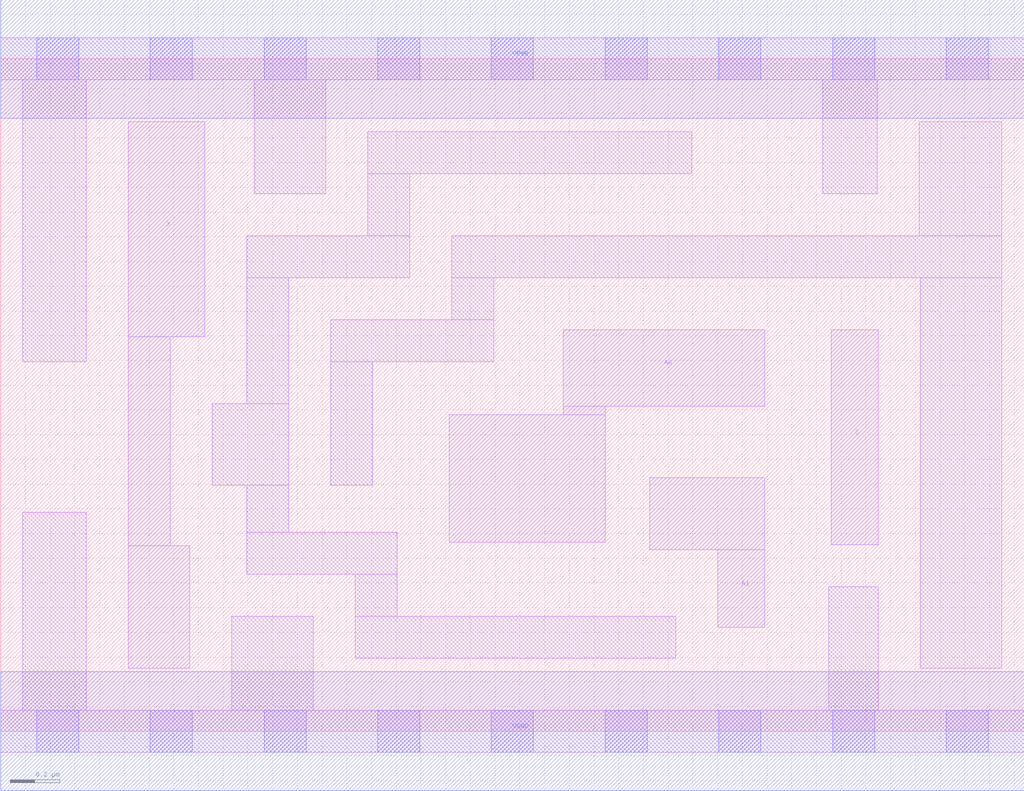
<source format=lef>
# Copyright 2020 The SkyWater PDK Authors
#
# Licensed under the Apache License, Version 2.0 (the "License");
# you may not use this file except in compliance with the License.
# You may obtain a copy of the License at
#
#     https://www.apache.org/licenses/LICENSE-2.0
#
# Unless required by applicable law or agreed to in writing, software
# distributed under the License is distributed on an "AS IS" BASIS,
# WITHOUT WARRANTIES OR CONDITIONS OF ANY KIND, either express or implied.
# See the License for the specific language governing permissions and
# limitations under the License.
#
# SPDX-License-Identifier: Apache-2.0

VERSION 5.7 ;
  NOWIREEXTENSIONATPIN ON ;
  DIVIDERCHAR "/" ;
  BUSBITCHARS "[]" ;
UNITS
  DATABASE MICRONS 200 ;
END UNITS
MACRO sky130_fd_sc_hd__mux2_2
  CLASS CORE ;
  FOREIGN sky130_fd_sc_hd__mux2_2 ;
  ORIGIN  0.000000  0.000000 ;
  SIZE  4.140000 BY  2.720000 ;
  SYMMETRY X Y R90 ;
  SITE unithd ;
  PIN A0
    ANTENNAGATEAREA  0.159000 ;
    DIRECTION INPUT ;
    USE SIGNAL ;
    PORT
      LAYER li1 ;
        RECT 1.815000 0.765000 2.445000 1.280000 ;
        RECT 2.275000 1.280000 2.445000 1.315000 ;
        RECT 2.275000 1.315000 3.090000 1.625000 ;
    END
  END A0
  PIN A1
    ANTENNAGATEAREA  0.159000 ;
    DIRECTION INPUT ;
    USE SIGNAL ;
    PORT
      LAYER li1 ;
        RECT 2.625000 0.735000 3.090000 1.025000 ;
        RECT 2.900000 0.420000 3.090000 0.735000 ;
    END
  END A1
  PIN S
    ANTENNAGATEAREA  0.318000 ;
    DIRECTION INPUT ;
    USE SIGNAL ;
    PORT
      LAYER li1 ;
        RECT 3.360000 0.755000 3.550000 1.625000 ;
    END
  END S
  PIN X
    ANTENNADIFFAREA  0.445500 ;
    DIRECTION OUTPUT ;
    USE SIGNAL ;
    PORT
      LAYER li1 ;
        RECT 0.515000 0.255000 0.765000 0.750000 ;
        RECT 0.515000 0.750000 0.685000 1.595000 ;
        RECT 0.515000 1.595000 0.825000 2.465000 ;
    END
  END X
  PIN VGND
    DIRECTION INOUT ;
    SHAPE ABUTMENT ;
    USE GROUND ;
    PORT
      LAYER met1 ;
        RECT 0.000000 -0.240000 4.140000 0.240000 ;
    END
  END VGND
  PIN VPWR
    DIRECTION INOUT ;
    SHAPE ABUTMENT ;
    USE POWER ;
    PORT
      LAYER met1 ;
        RECT 0.000000 2.480000 4.140000 2.960000 ;
    END
  END VPWR
  OBS
    LAYER li1 ;
      RECT 0.000000 -0.085000 4.140000 0.085000 ;
      RECT 0.000000  2.635000 4.140000 2.805000 ;
      RECT 0.090000  0.085000 0.345000 0.885000 ;
      RECT 0.090000  1.495000 0.345000 2.635000 ;
      RECT 0.855000  0.995000 1.165000 1.325000 ;
      RECT 0.935000  0.085000 1.265000 0.465000 ;
      RECT 0.995000  0.635000 1.605000 0.805000 ;
      RECT 0.995000  0.805000 1.165000 0.995000 ;
      RECT 0.995000  1.325000 1.165000 1.835000 ;
      RECT 0.995000  1.835000 1.655000 2.005000 ;
      RECT 1.025000  2.175000 1.315000 2.635000 ;
      RECT 1.335000  0.995000 1.505000 1.495000 ;
      RECT 1.335000  1.495000 1.995000 1.665000 ;
      RECT 1.435000  0.295000 2.730000 0.465000 ;
      RECT 1.435000  0.465000 1.605000 0.635000 ;
      RECT 1.485000  2.005000 1.655000 2.255000 ;
      RECT 1.485000  2.255000 2.795000 2.425000 ;
      RECT 1.825000  1.665000 1.995000 1.835000 ;
      RECT 1.825000  1.835000 4.050000 2.005000 ;
      RECT 3.325000  2.175000 3.545000 2.635000 ;
      RECT 3.350000  0.085000 3.550000 0.585000 ;
      RECT 3.715000  2.005000 4.050000 2.465000 ;
      RECT 3.720000  0.255000 4.050000 1.835000 ;
    LAYER mcon ;
      RECT 0.145000 -0.085000 0.315000 0.085000 ;
      RECT 0.145000  2.635000 0.315000 2.805000 ;
      RECT 0.605000 -0.085000 0.775000 0.085000 ;
      RECT 0.605000  2.635000 0.775000 2.805000 ;
      RECT 1.065000 -0.085000 1.235000 0.085000 ;
      RECT 1.065000  2.635000 1.235000 2.805000 ;
      RECT 1.525000 -0.085000 1.695000 0.085000 ;
      RECT 1.525000  2.635000 1.695000 2.805000 ;
      RECT 1.985000 -0.085000 2.155000 0.085000 ;
      RECT 1.985000  2.635000 2.155000 2.805000 ;
      RECT 2.445000 -0.085000 2.615000 0.085000 ;
      RECT 2.445000  2.635000 2.615000 2.805000 ;
      RECT 2.905000 -0.085000 3.075000 0.085000 ;
      RECT 2.905000  2.635000 3.075000 2.805000 ;
      RECT 3.365000 -0.085000 3.535000 0.085000 ;
      RECT 3.365000  2.635000 3.535000 2.805000 ;
      RECT 3.825000 -0.085000 3.995000 0.085000 ;
      RECT 3.825000  2.635000 3.995000 2.805000 ;
  END
END sky130_fd_sc_hd__mux2_2
END LIBRARY

</source>
